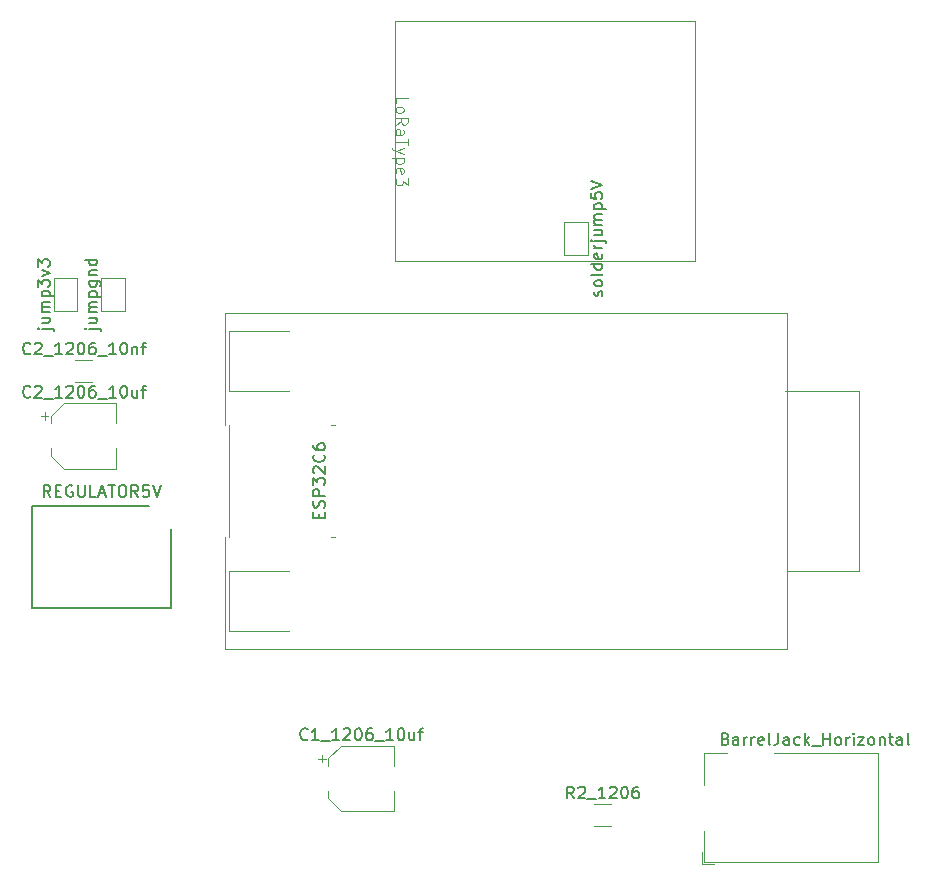
<source format=gbr>
%TF.GenerationSoftware,KiCad,Pcbnew,9.0.0-9.0.0-2~ubuntu24.04.1*%
%TF.CreationDate,2025-04-06T07:06:59+03:00*%
%TF.ProjectId,InterfaceBoard_Transciever3,496e7465-7266-4616-9365-426f6172645f,rev?*%
%TF.SameCoordinates,Original*%
%TF.FileFunction,Legend,Top*%
%TF.FilePolarity,Positive*%
%FSLAX46Y46*%
G04 Gerber Fmt 4.6, Leading zero omitted, Abs format (unit mm)*
G04 Created by KiCad (PCBNEW 9.0.0-9.0.0-2~ubuntu24.04.1) date 2025-04-06 07:06:59*
%MOMM*%
%LPD*%
G01*
G04 APERTURE LIST*
%ADD10C,0.150000*%
%ADD11C,0.100000*%
%ADD12C,0.120000*%
G04 APERTURE END LIST*
D10*
X173807200Y-83413333D02*
X173854819Y-83318095D01*
X173854819Y-83318095D02*
X173854819Y-83127619D01*
X173854819Y-83127619D02*
X173807200Y-83032381D01*
X173807200Y-83032381D02*
X173711961Y-82984762D01*
X173711961Y-82984762D02*
X173664342Y-82984762D01*
X173664342Y-82984762D02*
X173569104Y-83032381D01*
X173569104Y-83032381D02*
X173521485Y-83127619D01*
X173521485Y-83127619D02*
X173521485Y-83270476D01*
X173521485Y-83270476D02*
X173473866Y-83365714D01*
X173473866Y-83365714D02*
X173378628Y-83413333D01*
X173378628Y-83413333D02*
X173331009Y-83413333D01*
X173331009Y-83413333D02*
X173235771Y-83365714D01*
X173235771Y-83365714D02*
X173188152Y-83270476D01*
X173188152Y-83270476D02*
X173188152Y-83127619D01*
X173188152Y-83127619D02*
X173235771Y-83032381D01*
X173854819Y-82413333D02*
X173807200Y-82508571D01*
X173807200Y-82508571D02*
X173759580Y-82556190D01*
X173759580Y-82556190D02*
X173664342Y-82603809D01*
X173664342Y-82603809D02*
X173378628Y-82603809D01*
X173378628Y-82603809D02*
X173283390Y-82556190D01*
X173283390Y-82556190D02*
X173235771Y-82508571D01*
X173235771Y-82508571D02*
X173188152Y-82413333D01*
X173188152Y-82413333D02*
X173188152Y-82270476D01*
X173188152Y-82270476D02*
X173235771Y-82175238D01*
X173235771Y-82175238D02*
X173283390Y-82127619D01*
X173283390Y-82127619D02*
X173378628Y-82080000D01*
X173378628Y-82080000D02*
X173664342Y-82080000D01*
X173664342Y-82080000D02*
X173759580Y-82127619D01*
X173759580Y-82127619D02*
X173807200Y-82175238D01*
X173807200Y-82175238D02*
X173854819Y-82270476D01*
X173854819Y-82270476D02*
X173854819Y-82413333D01*
X173854819Y-81508571D02*
X173807200Y-81603809D01*
X173807200Y-81603809D02*
X173711961Y-81651428D01*
X173711961Y-81651428D02*
X172854819Y-81651428D01*
X173854819Y-80699047D02*
X172854819Y-80699047D01*
X173807200Y-80699047D02*
X173854819Y-80794285D01*
X173854819Y-80794285D02*
X173854819Y-80984761D01*
X173854819Y-80984761D02*
X173807200Y-81079999D01*
X173807200Y-81079999D02*
X173759580Y-81127618D01*
X173759580Y-81127618D02*
X173664342Y-81175237D01*
X173664342Y-81175237D02*
X173378628Y-81175237D01*
X173378628Y-81175237D02*
X173283390Y-81127618D01*
X173283390Y-81127618D02*
X173235771Y-81079999D01*
X173235771Y-81079999D02*
X173188152Y-80984761D01*
X173188152Y-80984761D02*
X173188152Y-80794285D01*
X173188152Y-80794285D02*
X173235771Y-80699047D01*
X173807200Y-79841904D02*
X173854819Y-79937142D01*
X173854819Y-79937142D02*
X173854819Y-80127618D01*
X173854819Y-80127618D02*
X173807200Y-80222856D01*
X173807200Y-80222856D02*
X173711961Y-80270475D01*
X173711961Y-80270475D02*
X173331009Y-80270475D01*
X173331009Y-80270475D02*
X173235771Y-80222856D01*
X173235771Y-80222856D02*
X173188152Y-80127618D01*
X173188152Y-80127618D02*
X173188152Y-79937142D01*
X173188152Y-79937142D02*
X173235771Y-79841904D01*
X173235771Y-79841904D02*
X173331009Y-79794285D01*
X173331009Y-79794285D02*
X173426247Y-79794285D01*
X173426247Y-79794285D02*
X173521485Y-80270475D01*
X173854819Y-79365713D02*
X173188152Y-79365713D01*
X173378628Y-79365713D02*
X173283390Y-79318094D01*
X173283390Y-79318094D02*
X173235771Y-79270475D01*
X173235771Y-79270475D02*
X173188152Y-79175237D01*
X173188152Y-79175237D02*
X173188152Y-79079999D01*
X173188152Y-78746665D02*
X174045295Y-78746665D01*
X174045295Y-78746665D02*
X174140533Y-78794284D01*
X174140533Y-78794284D02*
X174188152Y-78889522D01*
X174188152Y-78889522D02*
X174188152Y-78937141D01*
X172854819Y-78746665D02*
X172902438Y-78794284D01*
X172902438Y-78794284D02*
X172950057Y-78746665D01*
X172950057Y-78746665D02*
X172902438Y-78699046D01*
X172902438Y-78699046D02*
X172854819Y-78746665D01*
X172854819Y-78746665D02*
X172950057Y-78746665D01*
X173188152Y-77841904D02*
X173854819Y-77841904D01*
X173188152Y-78270475D02*
X173711961Y-78270475D01*
X173711961Y-78270475D02*
X173807200Y-78222856D01*
X173807200Y-78222856D02*
X173854819Y-78127618D01*
X173854819Y-78127618D02*
X173854819Y-77984761D01*
X173854819Y-77984761D02*
X173807200Y-77889523D01*
X173807200Y-77889523D02*
X173759580Y-77841904D01*
X173854819Y-77365713D02*
X173188152Y-77365713D01*
X173283390Y-77365713D02*
X173235771Y-77318094D01*
X173235771Y-77318094D02*
X173188152Y-77222856D01*
X173188152Y-77222856D02*
X173188152Y-77079999D01*
X173188152Y-77079999D02*
X173235771Y-76984761D01*
X173235771Y-76984761D02*
X173331009Y-76937142D01*
X173331009Y-76937142D02*
X173854819Y-76937142D01*
X173331009Y-76937142D02*
X173235771Y-76889523D01*
X173235771Y-76889523D02*
X173188152Y-76794285D01*
X173188152Y-76794285D02*
X173188152Y-76651428D01*
X173188152Y-76651428D02*
X173235771Y-76556189D01*
X173235771Y-76556189D02*
X173331009Y-76508570D01*
X173331009Y-76508570D02*
X173854819Y-76508570D01*
X173188152Y-76032380D02*
X174188152Y-76032380D01*
X173235771Y-76032380D02*
X173188152Y-75937142D01*
X173188152Y-75937142D02*
X173188152Y-75746666D01*
X173188152Y-75746666D02*
X173235771Y-75651428D01*
X173235771Y-75651428D02*
X173283390Y-75603809D01*
X173283390Y-75603809D02*
X173378628Y-75556190D01*
X173378628Y-75556190D02*
X173664342Y-75556190D01*
X173664342Y-75556190D02*
X173759580Y-75603809D01*
X173759580Y-75603809D02*
X173807200Y-75651428D01*
X173807200Y-75651428D02*
X173854819Y-75746666D01*
X173854819Y-75746666D02*
X173854819Y-75937142D01*
X173854819Y-75937142D02*
X173807200Y-76032380D01*
X172854819Y-74651428D02*
X172854819Y-75127618D01*
X172854819Y-75127618D02*
X173331009Y-75175237D01*
X173331009Y-75175237D02*
X173283390Y-75127618D01*
X173283390Y-75127618D02*
X173235771Y-75032380D01*
X173235771Y-75032380D02*
X173235771Y-74794285D01*
X173235771Y-74794285D02*
X173283390Y-74699047D01*
X173283390Y-74699047D02*
X173331009Y-74651428D01*
X173331009Y-74651428D02*
X173426247Y-74603809D01*
X173426247Y-74603809D02*
X173664342Y-74603809D01*
X173664342Y-74603809D02*
X173759580Y-74651428D01*
X173759580Y-74651428D02*
X173807200Y-74699047D01*
X173807200Y-74699047D02*
X173854819Y-74794285D01*
X173854819Y-74794285D02*
X173854819Y-75032380D01*
X173854819Y-75032380D02*
X173807200Y-75127618D01*
X173807200Y-75127618D02*
X173759580Y-75175237D01*
X172854819Y-74318094D02*
X173854819Y-73984761D01*
X173854819Y-73984761D02*
X172854819Y-73651428D01*
X126388152Y-86164761D02*
X127245295Y-86164761D01*
X127245295Y-86164761D02*
X127340533Y-86212380D01*
X127340533Y-86212380D02*
X127388152Y-86307618D01*
X127388152Y-86307618D02*
X127388152Y-86355237D01*
X126054819Y-86164761D02*
X126102438Y-86212380D01*
X126102438Y-86212380D02*
X126150057Y-86164761D01*
X126150057Y-86164761D02*
X126102438Y-86117142D01*
X126102438Y-86117142D02*
X126054819Y-86164761D01*
X126054819Y-86164761D02*
X126150057Y-86164761D01*
X126388152Y-85260000D02*
X127054819Y-85260000D01*
X126388152Y-85688571D02*
X126911961Y-85688571D01*
X126911961Y-85688571D02*
X127007200Y-85640952D01*
X127007200Y-85640952D02*
X127054819Y-85545714D01*
X127054819Y-85545714D02*
X127054819Y-85402857D01*
X127054819Y-85402857D02*
X127007200Y-85307619D01*
X127007200Y-85307619D02*
X126959580Y-85260000D01*
X127054819Y-84783809D02*
X126388152Y-84783809D01*
X126483390Y-84783809D02*
X126435771Y-84736190D01*
X126435771Y-84736190D02*
X126388152Y-84640952D01*
X126388152Y-84640952D02*
X126388152Y-84498095D01*
X126388152Y-84498095D02*
X126435771Y-84402857D01*
X126435771Y-84402857D02*
X126531009Y-84355238D01*
X126531009Y-84355238D02*
X127054819Y-84355238D01*
X126531009Y-84355238D02*
X126435771Y-84307619D01*
X126435771Y-84307619D02*
X126388152Y-84212381D01*
X126388152Y-84212381D02*
X126388152Y-84069524D01*
X126388152Y-84069524D02*
X126435771Y-83974285D01*
X126435771Y-83974285D02*
X126531009Y-83926666D01*
X126531009Y-83926666D02*
X127054819Y-83926666D01*
X126388152Y-83450476D02*
X127388152Y-83450476D01*
X126435771Y-83450476D02*
X126388152Y-83355238D01*
X126388152Y-83355238D02*
X126388152Y-83164762D01*
X126388152Y-83164762D02*
X126435771Y-83069524D01*
X126435771Y-83069524D02*
X126483390Y-83021905D01*
X126483390Y-83021905D02*
X126578628Y-82974286D01*
X126578628Y-82974286D02*
X126864342Y-82974286D01*
X126864342Y-82974286D02*
X126959580Y-83021905D01*
X126959580Y-83021905D02*
X127007200Y-83069524D01*
X127007200Y-83069524D02*
X127054819Y-83164762D01*
X127054819Y-83164762D02*
X127054819Y-83355238D01*
X127054819Y-83355238D02*
X127007200Y-83450476D01*
X126054819Y-82640952D02*
X126054819Y-82021905D01*
X126054819Y-82021905D02*
X126435771Y-82355238D01*
X126435771Y-82355238D02*
X126435771Y-82212381D01*
X126435771Y-82212381D02*
X126483390Y-82117143D01*
X126483390Y-82117143D02*
X126531009Y-82069524D01*
X126531009Y-82069524D02*
X126626247Y-82021905D01*
X126626247Y-82021905D02*
X126864342Y-82021905D01*
X126864342Y-82021905D02*
X126959580Y-82069524D01*
X126959580Y-82069524D02*
X127007200Y-82117143D01*
X127007200Y-82117143D02*
X127054819Y-82212381D01*
X127054819Y-82212381D02*
X127054819Y-82498095D01*
X127054819Y-82498095D02*
X127007200Y-82593333D01*
X127007200Y-82593333D02*
X126959580Y-82640952D01*
X126388152Y-81688571D02*
X127054819Y-81450476D01*
X127054819Y-81450476D02*
X126388152Y-81212381D01*
X126054819Y-80926666D02*
X126054819Y-80307619D01*
X126054819Y-80307619D02*
X126435771Y-80640952D01*
X126435771Y-80640952D02*
X126435771Y-80498095D01*
X126435771Y-80498095D02*
X126483390Y-80402857D01*
X126483390Y-80402857D02*
X126531009Y-80355238D01*
X126531009Y-80355238D02*
X126626247Y-80307619D01*
X126626247Y-80307619D02*
X126864342Y-80307619D01*
X126864342Y-80307619D02*
X126959580Y-80355238D01*
X126959580Y-80355238D02*
X127007200Y-80402857D01*
X127007200Y-80402857D02*
X127054819Y-80498095D01*
X127054819Y-80498095D02*
X127054819Y-80783809D01*
X127054819Y-80783809D02*
X127007200Y-80879047D01*
X127007200Y-80879047D02*
X126959580Y-80926666D01*
X130388152Y-86188570D02*
X131245295Y-86188570D01*
X131245295Y-86188570D02*
X131340533Y-86236189D01*
X131340533Y-86236189D02*
X131388152Y-86331427D01*
X131388152Y-86331427D02*
X131388152Y-86379046D01*
X130054819Y-86188570D02*
X130102438Y-86236189D01*
X130102438Y-86236189D02*
X130150057Y-86188570D01*
X130150057Y-86188570D02*
X130102438Y-86140951D01*
X130102438Y-86140951D02*
X130054819Y-86188570D01*
X130054819Y-86188570D02*
X130150057Y-86188570D01*
X130388152Y-85283809D02*
X131054819Y-85283809D01*
X130388152Y-85712380D02*
X130911961Y-85712380D01*
X130911961Y-85712380D02*
X131007200Y-85664761D01*
X131007200Y-85664761D02*
X131054819Y-85569523D01*
X131054819Y-85569523D02*
X131054819Y-85426666D01*
X131054819Y-85426666D02*
X131007200Y-85331428D01*
X131007200Y-85331428D02*
X130959580Y-85283809D01*
X131054819Y-84807618D02*
X130388152Y-84807618D01*
X130483390Y-84807618D02*
X130435771Y-84759999D01*
X130435771Y-84759999D02*
X130388152Y-84664761D01*
X130388152Y-84664761D02*
X130388152Y-84521904D01*
X130388152Y-84521904D02*
X130435771Y-84426666D01*
X130435771Y-84426666D02*
X130531009Y-84379047D01*
X130531009Y-84379047D02*
X131054819Y-84379047D01*
X130531009Y-84379047D02*
X130435771Y-84331428D01*
X130435771Y-84331428D02*
X130388152Y-84236190D01*
X130388152Y-84236190D02*
X130388152Y-84093333D01*
X130388152Y-84093333D02*
X130435771Y-83998094D01*
X130435771Y-83998094D02*
X130531009Y-83950475D01*
X130531009Y-83950475D02*
X131054819Y-83950475D01*
X130388152Y-83474285D02*
X131388152Y-83474285D01*
X130435771Y-83474285D02*
X130388152Y-83379047D01*
X130388152Y-83379047D02*
X130388152Y-83188571D01*
X130388152Y-83188571D02*
X130435771Y-83093333D01*
X130435771Y-83093333D02*
X130483390Y-83045714D01*
X130483390Y-83045714D02*
X130578628Y-82998095D01*
X130578628Y-82998095D02*
X130864342Y-82998095D01*
X130864342Y-82998095D02*
X130959580Y-83045714D01*
X130959580Y-83045714D02*
X131007200Y-83093333D01*
X131007200Y-83093333D02*
X131054819Y-83188571D01*
X131054819Y-83188571D02*
X131054819Y-83379047D01*
X131054819Y-83379047D02*
X131007200Y-83474285D01*
X130388152Y-82140952D02*
X131197676Y-82140952D01*
X131197676Y-82140952D02*
X131292914Y-82188571D01*
X131292914Y-82188571D02*
X131340533Y-82236190D01*
X131340533Y-82236190D02*
X131388152Y-82331428D01*
X131388152Y-82331428D02*
X131388152Y-82474285D01*
X131388152Y-82474285D02*
X131340533Y-82569523D01*
X131007200Y-82140952D02*
X131054819Y-82236190D01*
X131054819Y-82236190D02*
X131054819Y-82426666D01*
X131054819Y-82426666D02*
X131007200Y-82521904D01*
X131007200Y-82521904D02*
X130959580Y-82569523D01*
X130959580Y-82569523D02*
X130864342Y-82617142D01*
X130864342Y-82617142D02*
X130578628Y-82617142D01*
X130578628Y-82617142D02*
X130483390Y-82569523D01*
X130483390Y-82569523D02*
X130435771Y-82521904D01*
X130435771Y-82521904D02*
X130388152Y-82426666D01*
X130388152Y-82426666D02*
X130388152Y-82236190D01*
X130388152Y-82236190D02*
X130435771Y-82140952D01*
X130388152Y-81664761D02*
X131054819Y-81664761D01*
X130483390Y-81664761D02*
X130435771Y-81617142D01*
X130435771Y-81617142D02*
X130388152Y-81521904D01*
X130388152Y-81521904D02*
X130388152Y-81379047D01*
X130388152Y-81379047D02*
X130435771Y-81283809D01*
X130435771Y-81283809D02*
X130531009Y-81236190D01*
X130531009Y-81236190D02*
X131054819Y-81236190D01*
X131054819Y-80331428D02*
X130054819Y-80331428D01*
X131007200Y-80331428D02*
X131054819Y-80426666D01*
X131054819Y-80426666D02*
X131054819Y-80617142D01*
X131054819Y-80617142D02*
X131007200Y-80712380D01*
X131007200Y-80712380D02*
X130959580Y-80759999D01*
X130959580Y-80759999D02*
X130864342Y-80807618D01*
X130864342Y-80807618D02*
X130578628Y-80807618D01*
X130578628Y-80807618D02*
X130483390Y-80759999D01*
X130483390Y-80759999D02*
X130435771Y-80712380D01*
X130435771Y-80712380D02*
X130388152Y-80617142D01*
X130388152Y-80617142D02*
X130388152Y-80426666D01*
X130388152Y-80426666D02*
X130435771Y-80331428D01*
X125431189Y-91919580D02*
X125383570Y-91967200D01*
X125383570Y-91967200D02*
X125240713Y-92014819D01*
X125240713Y-92014819D02*
X125145475Y-92014819D01*
X125145475Y-92014819D02*
X125002618Y-91967200D01*
X125002618Y-91967200D02*
X124907380Y-91871961D01*
X124907380Y-91871961D02*
X124859761Y-91776723D01*
X124859761Y-91776723D02*
X124812142Y-91586247D01*
X124812142Y-91586247D02*
X124812142Y-91443390D01*
X124812142Y-91443390D02*
X124859761Y-91252914D01*
X124859761Y-91252914D02*
X124907380Y-91157676D01*
X124907380Y-91157676D02*
X125002618Y-91062438D01*
X125002618Y-91062438D02*
X125145475Y-91014819D01*
X125145475Y-91014819D02*
X125240713Y-91014819D01*
X125240713Y-91014819D02*
X125383570Y-91062438D01*
X125383570Y-91062438D02*
X125431189Y-91110057D01*
X125812142Y-91110057D02*
X125859761Y-91062438D01*
X125859761Y-91062438D02*
X125954999Y-91014819D01*
X125954999Y-91014819D02*
X126193094Y-91014819D01*
X126193094Y-91014819D02*
X126288332Y-91062438D01*
X126288332Y-91062438D02*
X126335951Y-91110057D01*
X126335951Y-91110057D02*
X126383570Y-91205295D01*
X126383570Y-91205295D02*
X126383570Y-91300533D01*
X126383570Y-91300533D02*
X126335951Y-91443390D01*
X126335951Y-91443390D02*
X125764523Y-92014819D01*
X125764523Y-92014819D02*
X126383570Y-92014819D01*
X126574047Y-92110057D02*
X127335951Y-92110057D01*
X128097856Y-92014819D02*
X127526428Y-92014819D01*
X127812142Y-92014819D02*
X127812142Y-91014819D01*
X127812142Y-91014819D02*
X127716904Y-91157676D01*
X127716904Y-91157676D02*
X127621666Y-91252914D01*
X127621666Y-91252914D02*
X127526428Y-91300533D01*
X128478809Y-91110057D02*
X128526428Y-91062438D01*
X128526428Y-91062438D02*
X128621666Y-91014819D01*
X128621666Y-91014819D02*
X128859761Y-91014819D01*
X128859761Y-91014819D02*
X128954999Y-91062438D01*
X128954999Y-91062438D02*
X129002618Y-91110057D01*
X129002618Y-91110057D02*
X129050237Y-91205295D01*
X129050237Y-91205295D02*
X129050237Y-91300533D01*
X129050237Y-91300533D02*
X129002618Y-91443390D01*
X129002618Y-91443390D02*
X128431190Y-92014819D01*
X128431190Y-92014819D02*
X129050237Y-92014819D01*
X129669285Y-91014819D02*
X129764523Y-91014819D01*
X129764523Y-91014819D02*
X129859761Y-91062438D01*
X129859761Y-91062438D02*
X129907380Y-91110057D01*
X129907380Y-91110057D02*
X129954999Y-91205295D01*
X129954999Y-91205295D02*
X130002618Y-91395771D01*
X130002618Y-91395771D02*
X130002618Y-91633866D01*
X130002618Y-91633866D02*
X129954999Y-91824342D01*
X129954999Y-91824342D02*
X129907380Y-91919580D01*
X129907380Y-91919580D02*
X129859761Y-91967200D01*
X129859761Y-91967200D02*
X129764523Y-92014819D01*
X129764523Y-92014819D02*
X129669285Y-92014819D01*
X129669285Y-92014819D02*
X129574047Y-91967200D01*
X129574047Y-91967200D02*
X129526428Y-91919580D01*
X129526428Y-91919580D02*
X129478809Y-91824342D01*
X129478809Y-91824342D02*
X129431190Y-91633866D01*
X129431190Y-91633866D02*
X129431190Y-91395771D01*
X129431190Y-91395771D02*
X129478809Y-91205295D01*
X129478809Y-91205295D02*
X129526428Y-91110057D01*
X129526428Y-91110057D02*
X129574047Y-91062438D01*
X129574047Y-91062438D02*
X129669285Y-91014819D01*
X130859761Y-91014819D02*
X130669285Y-91014819D01*
X130669285Y-91014819D02*
X130574047Y-91062438D01*
X130574047Y-91062438D02*
X130526428Y-91110057D01*
X130526428Y-91110057D02*
X130431190Y-91252914D01*
X130431190Y-91252914D02*
X130383571Y-91443390D01*
X130383571Y-91443390D02*
X130383571Y-91824342D01*
X130383571Y-91824342D02*
X130431190Y-91919580D01*
X130431190Y-91919580D02*
X130478809Y-91967200D01*
X130478809Y-91967200D02*
X130574047Y-92014819D01*
X130574047Y-92014819D02*
X130764523Y-92014819D01*
X130764523Y-92014819D02*
X130859761Y-91967200D01*
X130859761Y-91967200D02*
X130907380Y-91919580D01*
X130907380Y-91919580D02*
X130954999Y-91824342D01*
X130954999Y-91824342D02*
X130954999Y-91586247D01*
X130954999Y-91586247D02*
X130907380Y-91491009D01*
X130907380Y-91491009D02*
X130859761Y-91443390D01*
X130859761Y-91443390D02*
X130764523Y-91395771D01*
X130764523Y-91395771D02*
X130574047Y-91395771D01*
X130574047Y-91395771D02*
X130478809Y-91443390D01*
X130478809Y-91443390D02*
X130431190Y-91491009D01*
X130431190Y-91491009D02*
X130383571Y-91586247D01*
X131145476Y-92110057D02*
X131907380Y-92110057D01*
X132669285Y-92014819D02*
X132097857Y-92014819D01*
X132383571Y-92014819D02*
X132383571Y-91014819D01*
X132383571Y-91014819D02*
X132288333Y-91157676D01*
X132288333Y-91157676D02*
X132193095Y-91252914D01*
X132193095Y-91252914D02*
X132097857Y-91300533D01*
X133288333Y-91014819D02*
X133383571Y-91014819D01*
X133383571Y-91014819D02*
X133478809Y-91062438D01*
X133478809Y-91062438D02*
X133526428Y-91110057D01*
X133526428Y-91110057D02*
X133574047Y-91205295D01*
X133574047Y-91205295D02*
X133621666Y-91395771D01*
X133621666Y-91395771D02*
X133621666Y-91633866D01*
X133621666Y-91633866D02*
X133574047Y-91824342D01*
X133574047Y-91824342D02*
X133526428Y-91919580D01*
X133526428Y-91919580D02*
X133478809Y-91967200D01*
X133478809Y-91967200D02*
X133383571Y-92014819D01*
X133383571Y-92014819D02*
X133288333Y-92014819D01*
X133288333Y-92014819D02*
X133193095Y-91967200D01*
X133193095Y-91967200D02*
X133145476Y-91919580D01*
X133145476Y-91919580D02*
X133097857Y-91824342D01*
X133097857Y-91824342D02*
X133050238Y-91633866D01*
X133050238Y-91633866D02*
X133050238Y-91395771D01*
X133050238Y-91395771D02*
X133097857Y-91205295D01*
X133097857Y-91205295D02*
X133145476Y-91110057D01*
X133145476Y-91110057D02*
X133193095Y-91062438D01*
X133193095Y-91062438D02*
X133288333Y-91014819D01*
X134478809Y-91348152D02*
X134478809Y-92014819D01*
X134050238Y-91348152D02*
X134050238Y-91871961D01*
X134050238Y-91871961D02*
X134097857Y-91967200D01*
X134097857Y-91967200D02*
X134193095Y-92014819D01*
X134193095Y-92014819D02*
X134335952Y-92014819D01*
X134335952Y-92014819D02*
X134431190Y-91967200D01*
X134431190Y-91967200D02*
X134478809Y-91919580D01*
X134812143Y-91348152D02*
X135193095Y-91348152D01*
X134955000Y-92014819D02*
X134955000Y-91157676D01*
X134955000Y-91157676D02*
X135002619Y-91062438D01*
X135002619Y-91062438D02*
X135097857Y-91014819D01*
X135097857Y-91014819D02*
X135193095Y-91014819D01*
X171447618Y-125944819D02*
X171114285Y-125468628D01*
X170876190Y-125944819D02*
X170876190Y-124944819D01*
X170876190Y-124944819D02*
X171257142Y-124944819D01*
X171257142Y-124944819D02*
X171352380Y-124992438D01*
X171352380Y-124992438D02*
X171399999Y-125040057D01*
X171399999Y-125040057D02*
X171447618Y-125135295D01*
X171447618Y-125135295D02*
X171447618Y-125278152D01*
X171447618Y-125278152D02*
X171399999Y-125373390D01*
X171399999Y-125373390D02*
X171352380Y-125421009D01*
X171352380Y-125421009D02*
X171257142Y-125468628D01*
X171257142Y-125468628D02*
X170876190Y-125468628D01*
X171828571Y-125040057D02*
X171876190Y-124992438D01*
X171876190Y-124992438D02*
X171971428Y-124944819D01*
X171971428Y-124944819D02*
X172209523Y-124944819D01*
X172209523Y-124944819D02*
X172304761Y-124992438D01*
X172304761Y-124992438D02*
X172352380Y-125040057D01*
X172352380Y-125040057D02*
X172399999Y-125135295D01*
X172399999Y-125135295D02*
X172399999Y-125230533D01*
X172399999Y-125230533D02*
X172352380Y-125373390D01*
X172352380Y-125373390D02*
X171780952Y-125944819D01*
X171780952Y-125944819D02*
X172399999Y-125944819D01*
X172590476Y-126040057D02*
X173352380Y-126040057D01*
X174114285Y-125944819D02*
X173542857Y-125944819D01*
X173828571Y-125944819D02*
X173828571Y-124944819D01*
X173828571Y-124944819D02*
X173733333Y-125087676D01*
X173733333Y-125087676D02*
X173638095Y-125182914D01*
X173638095Y-125182914D02*
X173542857Y-125230533D01*
X174495238Y-125040057D02*
X174542857Y-124992438D01*
X174542857Y-124992438D02*
X174638095Y-124944819D01*
X174638095Y-124944819D02*
X174876190Y-124944819D01*
X174876190Y-124944819D02*
X174971428Y-124992438D01*
X174971428Y-124992438D02*
X175019047Y-125040057D01*
X175019047Y-125040057D02*
X175066666Y-125135295D01*
X175066666Y-125135295D02*
X175066666Y-125230533D01*
X175066666Y-125230533D02*
X175019047Y-125373390D01*
X175019047Y-125373390D02*
X174447619Y-125944819D01*
X174447619Y-125944819D02*
X175066666Y-125944819D01*
X175685714Y-124944819D02*
X175780952Y-124944819D01*
X175780952Y-124944819D02*
X175876190Y-124992438D01*
X175876190Y-124992438D02*
X175923809Y-125040057D01*
X175923809Y-125040057D02*
X175971428Y-125135295D01*
X175971428Y-125135295D02*
X176019047Y-125325771D01*
X176019047Y-125325771D02*
X176019047Y-125563866D01*
X176019047Y-125563866D02*
X175971428Y-125754342D01*
X175971428Y-125754342D02*
X175923809Y-125849580D01*
X175923809Y-125849580D02*
X175876190Y-125897200D01*
X175876190Y-125897200D02*
X175780952Y-125944819D01*
X175780952Y-125944819D02*
X175685714Y-125944819D01*
X175685714Y-125944819D02*
X175590476Y-125897200D01*
X175590476Y-125897200D02*
X175542857Y-125849580D01*
X175542857Y-125849580D02*
X175495238Y-125754342D01*
X175495238Y-125754342D02*
X175447619Y-125563866D01*
X175447619Y-125563866D02*
X175447619Y-125325771D01*
X175447619Y-125325771D02*
X175495238Y-125135295D01*
X175495238Y-125135295D02*
X175542857Y-125040057D01*
X175542857Y-125040057D02*
X175590476Y-124992438D01*
X175590476Y-124992438D02*
X175685714Y-124944819D01*
X176876190Y-124944819D02*
X176685714Y-124944819D01*
X176685714Y-124944819D02*
X176590476Y-124992438D01*
X176590476Y-124992438D02*
X176542857Y-125040057D01*
X176542857Y-125040057D02*
X176447619Y-125182914D01*
X176447619Y-125182914D02*
X176400000Y-125373390D01*
X176400000Y-125373390D02*
X176400000Y-125754342D01*
X176400000Y-125754342D02*
X176447619Y-125849580D01*
X176447619Y-125849580D02*
X176495238Y-125897200D01*
X176495238Y-125897200D02*
X176590476Y-125944819D01*
X176590476Y-125944819D02*
X176780952Y-125944819D01*
X176780952Y-125944819D02*
X176876190Y-125897200D01*
X176876190Y-125897200D02*
X176923809Y-125849580D01*
X176923809Y-125849580D02*
X176971428Y-125754342D01*
X176971428Y-125754342D02*
X176971428Y-125516247D01*
X176971428Y-125516247D02*
X176923809Y-125421009D01*
X176923809Y-125421009D02*
X176876190Y-125373390D01*
X176876190Y-125373390D02*
X176780952Y-125325771D01*
X176780952Y-125325771D02*
X176590476Y-125325771D01*
X176590476Y-125325771D02*
X176495238Y-125373390D01*
X176495238Y-125373390D02*
X176447619Y-125421009D01*
X176447619Y-125421009D02*
X176400000Y-125516247D01*
X148901189Y-120919580D02*
X148853570Y-120967200D01*
X148853570Y-120967200D02*
X148710713Y-121014819D01*
X148710713Y-121014819D02*
X148615475Y-121014819D01*
X148615475Y-121014819D02*
X148472618Y-120967200D01*
X148472618Y-120967200D02*
X148377380Y-120871961D01*
X148377380Y-120871961D02*
X148329761Y-120776723D01*
X148329761Y-120776723D02*
X148282142Y-120586247D01*
X148282142Y-120586247D02*
X148282142Y-120443390D01*
X148282142Y-120443390D02*
X148329761Y-120252914D01*
X148329761Y-120252914D02*
X148377380Y-120157676D01*
X148377380Y-120157676D02*
X148472618Y-120062438D01*
X148472618Y-120062438D02*
X148615475Y-120014819D01*
X148615475Y-120014819D02*
X148710713Y-120014819D01*
X148710713Y-120014819D02*
X148853570Y-120062438D01*
X148853570Y-120062438D02*
X148901189Y-120110057D01*
X149853570Y-121014819D02*
X149282142Y-121014819D01*
X149567856Y-121014819D02*
X149567856Y-120014819D01*
X149567856Y-120014819D02*
X149472618Y-120157676D01*
X149472618Y-120157676D02*
X149377380Y-120252914D01*
X149377380Y-120252914D02*
X149282142Y-120300533D01*
X150044047Y-121110057D02*
X150805951Y-121110057D01*
X151567856Y-121014819D02*
X150996428Y-121014819D01*
X151282142Y-121014819D02*
X151282142Y-120014819D01*
X151282142Y-120014819D02*
X151186904Y-120157676D01*
X151186904Y-120157676D02*
X151091666Y-120252914D01*
X151091666Y-120252914D02*
X150996428Y-120300533D01*
X151948809Y-120110057D02*
X151996428Y-120062438D01*
X151996428Y-120062438D02*
X152091666Y-120014819D01*
X152091666Y-120014819D02*
X152329761Y-120014819D01*
X152329761Y-120014819D02*
X152424999Y-120062438D01*
X152424999Y-120062438D02*
X152472618Y-120110057D01*
X152472618Y-120110057D02*
X152520237Y-120205295D01*
X152520237Y-120205295D02*
X152520237Y-120300533D01*
X152520237Y-120300533D02*
X152472618Y-120443390D01*
X152472618Y-120443390D02*
X151901190Y-121014819D01*
X151901190Y-121014819D02*
X152520237Y-121014819D01*
X153139285Y-120014819D02*
X153234523Y-120014819D01*
X153234523Y-120014819D02*
X153329761Y-120062438D01*
X153329761Y-120062438D02*
X153377380Y-120110057D01*
X153377380Y-120110057D02*
X153424999Y-120205295D01*
X153424999Y-120205295D02*
X153472618Y-120395771D01*
X153472618Y-120395771D02*
X153472618Y-120633866D01*
X153472618Y-120633866D02*
X153424999Y-120824342D01*
X153424999Y-120824342D02*
X153377380Y-120919580D01*
X153377380Y-120919580D02*
X153329761Y-120967200D01*
X153329761Y-120967200D02*
X153234523Y-121014819D01*
X153234523Y-121014819D02*
X153139285Y-121014819D01*
X153139285Y-121014819D02*
X153044047Y-120967200D01*
X153044047Y-120967200D02*
X152996428Y-120919580D01*
X152996428Y-120919580D02*
X152948809Y-120824342D01*
X152948809Y-120824342D02*
X152901190Y-120633866D01*
X152901190Y-120633866D02*
X152901190Y-120395771D01*
X152901190Y-120395771D02*
X152948809Y-120205295D01*
X152948809Y-120205295D02*
X152996428Y-120110057D01*
X152996428Y-120110057D02*
X153044047Y-120062438D01*
X153044047Y-120062438D02*
X153139285Y-120014819D01*
X154329761Y-120014819D02*
X154139285Y-120014819D01*
X154139285Y-120014819D02*
X154044047Y-120062438D01*
X154044047Y-120062438D02*
X153996428Y-120110057D01*
X153996428Y-120110057D02*
X153901190Y-120252914D01*
X153901190Y-120252914D02*
X153853571Y-120443390D01*
X153853571Y-120443390D02*
X153853571Y-120824342D01*
X153853571Y-120824342D02*
X153901190Y-120919580D01*
X153901190Y-120919580D02*
X153948809Y-120967200D01*
X153948809Y-120967200D02*
X154044047Y-121014819D01*
X154044047Y-121014819D02*
X154234523Y-121014819D01*
X154234523Y-121014819D02*
X154329761Y-120967200D01*
X154329761Y-120967200D02*
X154377380Y-120919580D01*
X154377380Y-120919580D02*
X154424999Y-120824342D01*
X154424999Y-120824342D02*
X154424999Y-120586247D01*
X154424999Y-120586247D02*
X154377380Y-120491009D01*
X154377380Y-120491009D02*
X154329761Y-120443390D01*
X154329761Y-120443390D02*
X154234523Y-120395771D01*
X154234523Y-120395771D02*
X154044047Y-120395771D01*
X154044047Y-120395771D02*
X153948809Y-120443390D01*
X153948809Y-120443390D02*
X153901190Y-120491009D01*
X153901190Y-120491009D02*
X153853571Y-120586247D01*
X154615476Y-121110057D02*
X155377380Y-121110057D01*
X156139285Y-121014819D02*
X155567857Y-121014819D01*
X155853571Y-121014819D02*
X155853571Y-120014819D01*
X155853571Y-120014819D02*
X155758333Y-120157676D01*
X155758333Y-120157676D02*
X155663095Y-120252914D01*
X155663095Y-120252914D02*
X155567857Y-120300533D01*
X156758333Y-120014819D02*
X156853571Y-120014819D01*
X156853571Y-120014819D02*
X156948809Y-120062438D01*
X156948809Y-120062438D02*
X156996428Y-120110057D01*
X156996428Y-120110057D02*
X157044047Y-120205295D01*
X157044047Y-120205295D02*
X157091666Y-120395771D01*
X157091666Y-120395771D02*
X157091666Y-120633866D01*
X157091666Y-120633866D02*
X157044047Y-120824342D01*
X157044047Y-120824342D02*
X156996428Y-120919580D01*
X156996428Y-120919580D02*
X156948809Y-120967200D01*
X156948809Y-120967200D02*
X156853571Y-121014819D01*
X156853571Y-121014819D02*
X156758333Y-121014819D01*
X156758333Y-121014819D02*
X156663095Y-120967200D01*
X156663095Y-120967200D02*
X156615476Y-120919580D01*
X156615476Y-120919580D02*
X156567857Y-120824342D01*
X156567857Y-120824342D02*
X156520238Y-120633866D01*
X156520238Y-120633866D02*
X156520238Y-120395771D01*
X156520238Y-120395771D02*
X156567857Y-120205295D01*
X156567857Y-120205295D02*
X156615476Y-120110057D01*
X156615476Y-120110057D02*
X156663095Y-120062438D01*
X156663095Y-120062438D02*
X156758333Y-120014819D01*
X157948809Y-120348152D02*
X157948809Y-121014819D01*
X157520238Y-120348152D02*
X157520238Y-120871961D01*
X157520238Y-120871961D02*
X157567857Y-120967200D01*
X157567857Y-120967200D02*
X157663095Y-121014819D01*
X157663095Y-121014819D02*
X157805952Y-121014819D01*
X157805952Y-121014819D02*
X157901190Y-120967200D01*
X157901190Y-120967200D02*
X157948809Y-120919580D01*
X158282143Y-120348152D02*
X158663095Y-120348152D01*
X158425000Y-121014819D02*
X158425000Y-120157676D01*
X158425000Y-120157676D02*
X158472619Y-120062438D01*
X158472619Y-120062438D02*
X158567857Y-120014819D01*
X158567857Y-120014819D02*
X158663095Y-120014819D01*
X125431189Y-88269580D02*
X125383570Y-88317200D01*
X125383570Y-88317200D02*
X125240713Y-88364819D01*
X125240713Y-88364819D02*
X125145475Y-88364819D01*
X125145475Y-88364819D02*
X125002618Y-88317200D01*
X125002618Y-88317200D02*
X124907380Y-88221961D01*
X124907380Y-88221961D02*
X124859761Y-88126723D01*
X124859761Y-88126723D02*
X124812142Y-87936247D01*
X124812142Y-87936247D02*
X124812142Y-87793390D01*
X124812142Y-87793390D02*
X124859761Y-87602914D01*
X124859761Y-87602914D02*
X124907380Y-87507676D01*
X124907380Y-87507676D02*
X125002618Y-87412438D01*
X125002618Y-87412438D02*
X125145475Y-87364819D01*
X125145475Y-87364819D02*
X125240713Y-87364819D01*
X125240713Y-87364819D02*
X125383570Y-87412438D01*
X125383570Y-87412438D02*
X125431189Y-87460057D01*
X125812142Y-87460057D02*
X125859761Y-87412438D01*
X125859761Y-87412438D02*
X125954999Y-87364819D01*
X125954999Y-87364819D02*
X126193094Y-87364819D01*
X126193094Y-87364819D02*
X126288332Y-87412438D01*
X126288332Y-87412438D02*
X126335951Y-87460057D01*
X126335951Y-87460057D02*
X126383570Y-87555295D01*
X126383570Y-87555295D02*
X126383570Y-87650533D01*
X126383570Y-87650533D02*
X126335951Y-87793390D01*
X126335951Y-87793390D02*
X125764523Y-88364819D01*
X125764523Y-88364819D02*
X126383570Y-88364819D01*
X126574047Y-88460057D02*
X127335951Y-88460057D01*
X128097856Y-88364819D02*
X127526428Y-88364819D01*
X127812142Y-88364819D02*
X127812142Y-87364819D01*
X127812142Y-87364819D02*
X127716904Y-87507676D01*
X127716904Y-87507676D02*
X127621666Y-87602914D01*
X127621666Y-87602914D02*
X127526428Y-87650533D01*
X128478809Y-87460057D02*
X128526428Y-87412438D01*
X128526428Y-87412438D02*
X128621666Y-87364819D01*
X128621666Y-87364819D02*
X128859761Y-87364819D01*
X128859761Y-87364819D02*
X128954999Y-87412438D01*
X128954999Y-87412438D02*
X129002618Y-87460057D01*
X129002618Y-87460057D02*
X129050237Y-87555295D01*
X129050237Y-87555295D02*
X129050237Y-87650533D01*
X129050237Y-87650533D02*
X129002618Y-87793390D01*
X129002618Y-87793390D02*
X128431190Y-88364819D01*
X128431190Y-88364819D02*
X129050237Y-88364819D01*
X129669285Y-87364819D02*
X129764523Y-87364819D01*
X129764523Y-87364819D02*
X129859761Y-87412438D01*
X129859761Y-87412438D02*
X129907380Y-87460057D01*
X129907380Y-87460057D02*
X129954999Y-87555295D01*
X129954999Y-87555295D02*
X130002618Y-87745771D01*
X130002618Y-87745771D02*
X130002618Y-87983866D01*
X130002618Y-87983866D02*
X129954999Y-88174342D01*
X129954999Y-88174342D02*
X129907380Y-88269580D01*
X129907380Y-88269580D02*
X129859761Y-88317200D01*
X129859761Y-88317200D02*
X129764523Y-88364819D01*
X129764523Y-88364819D02*
X129669285Y-88364819D01*
X129669285Y-88364819D02*
X129574047Y-88317200D01*
X129574047Y-88317200D02*
X129526428Y-88269580D01*
X129526428Y-88269580D02*
X129478809Y-88174342D01*
X129478809Y-88174342D02*
X129431190Y-87983866D01*
X129431190Y-87983866D02*
X129431190Y-87745771D01*
X129431190Y-87745771D02*
X129478809Y-87555295D01*
X129478809Y-87555295D02*
X129526428Y-87460057D01*
X129526428Y-87460057D02*
X129574047Y-87412438D01*
X129574047Y-87412438D02*
X129669285Y-87364819D01*
X130859761Y-87364819D02*
X130669285Y-87364819D01*
X130669285Y-87364819D02*
X130574047Y-87412438D01*
X130574047Y-87412438D02*
X130526428Y-87460057D01*
X130526428Y-87460057D02*
X130431190Y-87602914D01*
X130431190Y-87602914D02*
X130383571Y-87793390D01*
X130383571Y-87793390D02*
X130383571Y-88174342D01*
X130383571Y-88174342D02*
X130431190Y-88269580D01*
X130431190Y-88269580D02*
X130478809Y-88317200D01*
X130478809Y-88317200D02*
X130574047Y-88364819D01*
X130574047Y-88364819D02*
X130764523Y-88364819D01*
X130764523Y-88364819D02*
X130859761Y-88317200D01*
X130859761Y-88317200D02*
X130907380Y-88269580D01*
X130907380Y-88269580D02*
X130954999Y-88174342D01*
X130954999Y-88174342D02*
X130954999Y-87936247D01*
X130954999Y-87936247D02*
X130907380Y-87841009D01*
X130907380Y-87841009D02*
X130859761Y-87793390D01*
X130859761Y-87793390D02*
X130764523Y-87745771D01*
X130764523Y-87745771D02*
X130574047Y-87745771D01*
X130574047Y-87745771D02*
X130478809Y-87793390D01*
X130478809Y-87793390D02*
X130431190Y-87841009D01*
X130431190Y-87841009D02*
X130383571Y-87936247D01*
X131145476Y-88460057D02*
X131907380Y-88460057D01*
X132669285Y-88364819D02*
X132097857Y-88364819D01*
X132383571Y-88364819D02*
X132383571Y-87364819D01*
X132383571Y-87364819D02*
X132288333Y-87507676D01*
X132288333Y-87507676D02*
X132193095Y-87602914D01*
X132193095Y-87602914D02*
X132097857Y-87650533D01*
X133288333Y-87364819D02*
X133383571Y-87364819D01*
X133383571Y-87364819D02*
X133478809Y-87412438D01*
X133478809Y-87412438D02*
X133526428Y-87460057D01*
X133526428Y-87460057D02*
X133574047Y-87555295D01*
X133574047Y-87555295D02*
X133621666Y-87745771D01*
X133621666Y-87745771D02*
X133621666Y-87983866D01*
X133621666Y-87983866D02*
X133574047Y-88174342D01*
X133574047Y-88174342D02*
X133526428Y-88269580D01*
X133526428Y-88269580D02*
X133478809Y-88317200D01*
X133478809Y-88317200D02*
X133383571Y-88364819D01*
X133383571Y-88364819D02*
X133288333Y-88364819D01*
X133288333Y-88364819D02*
X133193095Y-88317200D01*
X133193095Y-88317200D02*
X133145476Y-88269580D01*
X133145476Y-88269580D02*
X133097857Y-88174342D01*
X133097857Y-88174342D02*
X133050238Y-87983866D01*
X133050238Y-87983866D02*
X133050238Y-87745771D01*
X133050238Y-87745771D02*
X133097857Y-87555295D01*
X133097857Y-87555295D02*
X133145476Y-87460057D01*
X133145476Y-87460057D02*
X133193095Y-87412438D01*
X133193095Y-87412438D02*
X133288333Y-87364819D01*
X134050238Y-87698152D02*
X134050238Y-88364819D01*
X134050238Y-87793390D02*
X134097857Y-87745771D01*
X134097857Y-87745771D02*
X134193095Y-87698152D01*
X134193095Y-87698152D02*
X134335952Y-87698152D01*
X134335952Y-87698152D02*
X134431190Y-87745771D01*
X134431190Y-87745771D02*
X134478809Y-87841009D01*
X134478809Y-87841009D02*
X134478809Y-88364819D01*
X134812143Y-87698152D02*
X135193095Y-87698152D01*
X134955000Y-88364819D02*
X134955000Y-87507676D01*
X134955000Y-87507676D02*
X135002619Y-87412438D01*
X135002619Y-87412438D02*
X135097857Y-87364819D01*
X135097857Y-87364819D02*
X135193095Y-87364819D01*
X127130475Y-100414819D02*
X126797142Y-99938628D01*
X126559047Y-100414819D02*
X126559047Y-99414819D01*
X126559047Y-99414819D02*
X126939999Y-99414819D01*
X126939999Y-99414819D02*
X127035237Y-99462438D01*
X127035237Y-99462438D02*
X127082856Y-99510057D01*
X127082856Y-99510057D02*
X127130475Y-99605295D01*
X127130475Y-99605295D02*
X127130475Y-99748152D01*
X127130475Y-99748152D02*
X127082856Y-99843390D01*
X127082856Y-99843390D02*
X127035237Y-99891009D01*
X127035237Y-99891009D02*
X126939999Y-99938628D01*
X126939999Y-99938628D02*
X126559047Y-99938628D01*
X127559047Y-99891009D02*
X127892380Y-99891009D01*
X128035237Y-100414819D02*
X127559047Y-100414819D01*
X127559047Y-100414819D02*
X127559047Y-99414819D01*
X127559047Y-99414819D02*
X128035237Y-99414819D01*
X128987618Y-99462438D02*
X128892380Y-99414819D01*
X128892380Y-99414819D02*
X128749523Y-99414819D01*
X128749523Y-99414819D02*
X128606666Y-99462438D01*
X128606666Y-99462438D02*
X128511428Y-99557676D01*
X128511428Y-99557676D02*
X128463809Y-99652914D01*
X128463809Y-99652914D02*
X128416190Y-99843390D01*
X128416190Y-99843390D02*
X128416190Y-99986247D01*
X128416190Y-99986247D02*
X128463809Y-100176723D01*
X128463809Y-100176723D02*
X128511428Y-100271961D01*
X128511428Y-100271961D02*
X128606666Y-100367200D01*
X128606666Y-100367200D02*
X128749523Y-100414819D01*
X128749523Y-100414819D02*
X128844761Y-100414819D01*
X128844761Y-100414819D02*
X128987618Y-100367200D01*
X128987618Y-100367200D02*
X129035237Y-100319580D01*
X129035237Y-100319580D02*
X129035237Y-99986247D01*
X129035237Y-99986247D02*
X128844761Y-99986247D01*
X129463809Y-99414819D02*
X129463809Y-100224342D01*
X129463809Y-100224342D02*
X129511428Y-100319580D01*
X129511428Y-100319580D02*
X129559047Y-100367200D01*
X129559047Y-100367200D02*
X129654285Y-100414819D01*
X129654285Y-100414819D02*
X129844761Y-100414819D01*
X129844761Y-100414819D02*
X129939999Y-100367200D01*
X129939999Y-100367200D02*
X129987618Y-100319580D01*
X129987618Y-100319580D02*
X130035237Y-100224342D01*
X130035237Y-100224342D02*
X130035237Y-99414819D01*
X130987618Y-100414819D02*
X130511428Y-100414819D01*
X130511428Y-100414819D02*
X130511428Y-99414819D01*
X131273333Y-100129104D02*
X131749523Y-100129104D01*
X131178095Y-100414819D02*
X131511428Y-99414819D01*
X131511428Y-99414819D02*
X131844761Y-100414819D01*
X132035238Y-99414819D02*
X132606666Y-99414819D01*
X132320952Y-100414819D02*
X132320952Y-99414819D01*
X133130476Y-99414819D02*
X133320952Y-99414819D01*
X133320952Y-99414819D02*
X133416190Y-99462438D01*
X133416190Y-99462438D02*
X133511428Y-99557676D01*
X133511428Y-99557676D02*
X133559047Y-99748152D01*
X133559047Y-99748152D02*
X133559047Y-100081485D01*
X133559047Y-100081485D02*
X133511428Y-100271961D01*
X133511428Y-100271961D02*
X133416190Y-100367200D01*
X133416190Y-100367200D02*
X133320952Y-100414819D01*
X133320952Y-100414819D02*
X133130476Y-100414819D01*
X133130476Y-100414819D02*
X133035238Y-100367200D01*
X133035238Y-100367200D02*
X132940000Y-100271961D01*
X132940000Y-100271961D02*
X132892381Y-100081485D01*
X132892381Y-100081485D02*
X132892381Y-99748152D01*
X132892381Y-99748152D02*
X132940000Y-99557676D01*
X132940000Y-99557676D02*
X133035238Y-99462438D01*
X133035238Y-99462438D02*
X133130476Y-99414819D01*
X134559047Y-100414819D02*
X134225714Y-99938628D01*
X133987619Y-100414819D02*
X133987619Y-99414819D01*
X133987619Y-99414819D02*
X134368571Y-99414819D01*
X134368571Y-99414819D02*
X134463809Y-99462438D01*
X134463809Y-99462438D02*
X134511428Y-99510057D01*
X134511428Y-99510057D02*
X134559047Y-99605295D01*
X134559047Y-99605295D02*
X134559047Y-99748152D01*
X134559047Y-99748152D02*
X134511428Y-99843390D01*
X134511428Y-99843390D02*
X134463809Y-99891009D01*
X134463809Y-99891009D02*
X134368571Y-99938628D01*
X134368571Y-99938628D02*
X133987619Y-99938628D01*
X135463809Y-99414819D02*
X134987619Y-99414819D01*
X134987619Y-99414819D02*
X134940000Y-99891009D01*
X134940000Y-99891009D02*
X134987619Y-99843390D01*
X134987619Y-99843390D02*
X135082857Y-99795771D01*
X135082857Y-99795771D02*
X135320952Y-99795771D01*
X135320952Y-99795771D02*
X135416190Y-99843390D01*
X135416190Y-99843390D02*
X135463809Y-99891009D01*
X135463809Y-99891009D02*
X135511428Y-99986247D01*
X135511428Y-99986247D02*
X135511428Y-100224342D01*
X135511428Y-100224342D02*
X135463809Y-100319580D01*
X135463809Y-100319580D02*
X135416190Y-100367200D01*
X135416190Y-100367200D02*
X135320952Y-100414819D01*
X135320952Y-100414819D02*
X135082857Y-100414819D01*
X135082857Y-100414819D02*
X134987619Y-100367200D01*
X134987619Y-100367200D02*
X134940000Y-100319580D01*
X135797143Y-99414819D02*
X136130476Y-100414819D01*
X136130476Y-100414819D02*
X136463809Y-99414819D01*
D11*
X156362580Y-67085713D02*
X156362580Y-66609523D01*
X156362580Y-66609523D02*
X157362580Y-66609523D01*
X156362580Y-67561904D02*
X156410200Y-67466666D01*
X156410200Y-67466666D02*
X156457819Y-67419047D01*
X156457819Y-67419047D02*
X156553057Y-67371428D01*
X156553057Y-67371428D02*
X156838771Y-67371428D01*
X156838771Y-67371428D02*
X156934009Y-67419047D01*
X156934009Y-67419047D02*
X156981628Y-67466666D01*
X156981628Y-67466666D02*
X157029247Y-67561904D01*
X157029247Y-67561904D02*
X157029247Y-67704761D01*
X157029247Y-67704761D02*
X156981628Y-67799999D01*
X156981628Y-67799999D02*
X156934009Y-67847618D01*
X156934009Y-67847618D02*
X156838771Y-67895237D01*
X156838771Y-67895237D02*
X156553057Y-67895237D01*
X156553057Y-67895237D02*
X156457819Y-67847618D01*
X156457819Y-67847618D02*
X156410200Y-67799999D01*
X156410200Y-67799999D02*
X156362580Y-67704761D01*
X156362580Y-67704761D02*
X156362580Y-67561904D01*
X156362580Y-68895237D02*
X156838771Y-68561904D01*
X156362580Y-68323809D02*
X157362580Y-68323809D01*
X157362580Y-68323809D02*
X157362580Y-68704761D01*
X157362580Y-68704761D02*
X157314961Y-68799999D01*
X157314961Y-68799999D02*
X157267342Y-68847618D01*
X157267342Y-68847618D02*
X157172104Y-68895237D01*
X157172104Y-68895237D02*
X157029247Y-68895237D01*
X157029247Y-68895237D02*
X156934009Y-68847618D01*
X156934009Y-68847618D02*
X156886390Y-68799999D01*
X156886390Y-68799999D02*
X156838771Y-68704761D01*
X156838771Y-68704761D02*
X156838771Y-68323809D01*
X156362580Y-69752380D02*
X156886390Y-69752380D01*
X156886390Y-69752380D02*
X156981628Y-69704761D01*
X156981628Y-69704761D02*
X157029247Y-69609523D01*
X157029247Y-69609523D02*
X157029247Y-69419047D01*
X157029247Y-69419047D02*
X156981628Y-69323809D01*
X156410200Y-69752380D02*
X156362580Y-69657142D01*
X156362580Y-69657142D02*
X156362580Y-69419047D01*
X156362580Y-69419047D02*
X156410200Y-69323809D01*
X156410200Y-69323809D02*
X156505438Y-69276190D01*
X156505438Y-69276190D02*
X156600676Y-69276190D01*
X156600676Y-69276190D02*
X156695914Y-69323809D01*
X156695914Y-69323809D02*
X156743533Y-69419047D01*
X156743533Y-69419047D02*
X156743533Y-69657142D01*
X156743533Y-69657142D02*
X156791152Y-69752380D01*
X157362580Y-70085714D02*
X157362580Y-70657142D01*
X156362580Y-70371428D02*
X157362580Y-70371428D01*
X157029247Y-70895238D02*
X156362580Y-71133333D01*
X157029247Y-71371428D02*
X156362580Y-71133333D01*
X156362580Y-71133333D02*
X156124485Y-71038095D01*
X156124485Y-71038095D02*
X156076866Y-70990476D01*
X156076866Y-70990476D02*
X156029247Y-70895238D01*
X157029247Y-71752381D02*
X156029247Y-71752381D01*
X156981628Y-71752381D02*
X157029247Y-71847619D01*
X157029247Y-71847619D02*
X157029247Y-72038095D01*
X157029247Y-72038095D02*
X156981628Y-72133333D01*
X156981628Y-72133333D02*
X156934009Y-72180952D01*
X156934009Y-72180952D02*
X156838771Y-72228571D01*
X156838771Y-72228571D02*
X156553057Y-72228571D01*
X156553057Y-72228571D02*
X156457819Y-72180952D01*
X156457819Y-72180952D02*
X156410200Y-72133333D01*
X156410200Y-72133333D02*
X156362580Y-72038095D01*
X156362580Y-72038095D02*
X156362580Y-71847619D01*
X156362580Y-71847619D02*
X156410200Y-71752381D01*
X156410200Y-73038095D02*
X156362580Y-72942857D01*
X156362580Y-72942857D02*
X156362580Y-72752381D01*
X156362580Y-72752381D02*
X156410200Y-72657143D01*
X156410200Y-72657143D02*
X156505438Y-72609524D01*
X156505438Y-72609524D02*
X156886390Y-72609524D01*
X156886390Y-72609524D02*
X156981628Y-72657143D01*
X156981628Y-72657143D02*
X157029247Y-72752381D01*
X157029247Y-72752381D02*
X157029247Y-72942857D01*
X157029247Y-72942857D02*
X156981628Y-73038095D01*
X156981628Y-73038095D02*
X156886390Y-73085714D01*
X156886390Y-73085714D02*
X156791152Y-73085714D01*
X156791152Y-73085714D02*
X156695914Y-72609524D01*
X157362580Y-73419048D02*
X157362580Y-74038095D01*
X157362580Y-74038095D02*
X156981628Y-73704762D01*
X156981628Y-73704762D02*
X156981628Y-73847619D01*
X156981628Y-73847619D02*
X156934009Y-73942857D01*
X156934009Y-73942857D02*
X156886390Y-73990476D01*
X156886390Y-73990476D02*
X156791152Y-74038095D01*
X156791152Y-74038095D02*
X156553057Y-74038095D01*
X156553057Y-74038095D02*
X156457819Y-73990476D01*
X156457819Y-73990476D02*
X156410200Y-73942857D01*
X156410200Y-73942857D02*
X156362580Y-73847619D01*
X156362580Y-73847619D02*
X156362580Y-73561905D01*
X156362580Y-73561905D02*
X156410200Y-73466667D01*
X156410200Y-73466667D02*
X156457819Y-73419048D01*
D10*
X184278569Y-120898509D02*
X184421426Y-120946128D01*
X184421426Y-120946128D02*
X184469045Y-120993747D01*
X184469045Y-120993747D02*
X184516664Y-121088985D01*
X184516664Y-121088985D02*
X184516664Y-121231842D01*
X184516664Y-121231842D02*
X184469045Y-121327080D01*
X184469045Y-121327080D02*
X184421426Y-121374700D01*
X184421426Y-121374700D02*
X184326188Y-121422319D01*
X184326188Y-121422319D02*
X183945236Y-121422319D01*
X183945236Y-121422319D02*
X183945236Y-120422319D01*
X183945236Y-120422319D02*
X184278569Y-120422319D01*
X184278569Y-120422319D02*
X184373807Y-120469938D01*
X184373807Y-120469938D02*
X184421426Y-120517557D01*
X184421426Y-120517557D02*
X184469045Y-120612795D01*
X184469045Y-120612795D02*
X184469045Y-120708033D01*
X184469045Y-120708033D02*
X184421426Y-120803271D01*
X184421426Y-120803271D02*
X184373807Y-120850890D01*
X184373807Y-120850890D02*
X184278569Y-120898509D01*
X184278569Y-120898509D02*
X183945236Y-120898509D01*
X185373807Y-121422319D02*
X185373807Y-120898509D01*
X185373807Y-120898509D02*
X185326188Y-120803271D01*
X185326188Y-120803271D02*
X185230950Y-120755652D01*
X185230950Y-120755652D02*
X185040474Y-120755652D01*
X185040474Y-120755652D02*
X184945236Y-120803271D01*
X185373807Y-121374700D02*
X185278569Y-121422319D01*
X185278569Y-121422319D02*
X185040474Y-121422319D01*
X185040474Y-121422319D02*
X184945236Y-121374700D01*
X184945236Y-121374700D02*
X184897617Y-121279461D01*
X184897617Y-121279461D02*
X184897617Y-121184223D01*
X184897617Y-121184223D02*
X184945236Y-121088985D01*
X184945236Y-121088985D02*
X185040474Y-121041366D01*
X185040474Y-121041366D02*
X185278569Y-121041366D01*
X185278569Y-121041366D02*
X185373807Y-120993747D01*
X185849998Y-121422319D02*
X185849998Y-120755652D01*
X185849998Y-120946128D02*
X185897617Y-120850890D01*
X185897617Y-120850890D02*
X185945236Y-120803271D01*
X185945236Y-120803271D02*
X186040474Y-120755652D01*
X186040474Y-120755652D02*
X186135712Y-120755652D01*
X186469046Y-121422319D02*
X186469046Y-120755652D01*
X186469046Y-120946128D02*
X186516665Y-120850890D01*
X186516665Y-120850890D02*
X186564284Y-120803271D01*
X186564284Y-120803271D02*
X186659522Y-120755652D01*
X186659522Y-120755652D02*
X186754760Y-120755652D01*
X187469046Y-121374700D02*
X187373808Y-121422319D01*
X187373808Y-121422319D02*
X187183332Y-121422319D01*
X187183332Y-121422319D02*
X187088094Y-121374700D01*
X187088094Y-121374700D02*
X187040475Y-121279461D01*
X187040475Y-121279461D02*
X187040475Y-120898509D01*
X187040475Y-120898509D02*
X187088094Y-120803271D01*
X187088094Y-120803271D02*
X187183332Y-120755652D01*
X187183332Y-120755652D02*
X187373808Y-120755652D01*
X187373808Y-120755652D02*
X187469046Y-120803271D01*
X187469046Y-120803271D02*
X187516665Y-120898509D01*
X187516665Y-120898509D02*
X187516665Y-120993747D01*
X187516665Y-120993747D02*
X187040475Y-121088985D01*
X188088094Y-121422319D02*
X187992856Y-121374700D01*
X187992856Y-121374700D02*
X187945237Y-121279461D01*
X187945237Y-121279461D02*
X187945237Y-120422319D01*
X188754761Y-120422319D02*
X188754761Y-121136604D01*
X188754761Y-121136604D02*
X188707142Y-121279461D01*
X188707142Y-121279461D02*
X188611904Y-121374700D01*
X188611904Y-121374700D02*
X188469047Y-121422319D01*
X188469047Y-121422319D02*
X188373809Y-121422319D01*
X189659523Y-121422319D02*
X189659523Y-120898509D01*
X189659523Y-120898509D02*
X189611904Y-120803271D01*
X189611904Y-120803271D02*
X189516666Y-120755652D01*
X189516666Y-120755652D02*
X189326190Y-120755652D01*
X189326190Y-120755652D02*
X189230952Y-120803271D01*
X189659523Y-121374700D02*
X189564285Y-121422319D01*
X189564285Y-121422319D02*
X189326190Y-121422319D01*
X189326190Y-121422319D02*
X189230952Y-121374700D01*
X189230952Y-121374700D02*
X189183333Y-121279461D01*
X189183333Y-121279461D02*
X189183333Y-121184223D01*
X189183333Y-121184223D02*
X189230952Y-121088985D01*
X189230952Y-121088985D02*
X189326190Y-121041366D01*
X189326190Y-121041366D02*
X189564285Y-121041366D01*
X189564285Y-121041366D02*
X189659523Y-120993747D01*
X190564285Y-121374700D02*
X190469047Y-121422319D01*
X190469047Y-121422319D02*
X190278571Y-121422319D01*
X190278571Y-121422319D02*
X190183333Y-121374700D01*
X190183333Y-121374700D02*
X190135714Y-121327080D01*
X190135714Y-121327080D02*
X190088095Y-121231842D01*
X190088095Y-121231842D02*
X190088095Y-120946128D01*
X190088095Y-120946128D02*
X190135714Y-120850890D01*
X190135714Y-120850890D02*
X190183333Y-120803271D01*
X190183333Y-120803271D02*
X190278571Y-120755652D01*
X190278571Y-120755652D02*
X190469047Y-120755652D01*
X190469047Y-120755652D02*
X190564285Y-120803271D01*
X190992857Y-121422319D02*
X190992857Y-120422319D01*
X191088095Y-121041366D02*
X191373809Y-121422319D01*
X191373809Y-120755652D02*
X190992857Y-121136604D01*
X191564286Y-121517557D02*
X192326190Y-121517557D01*
X192564286Y-121422319D02*
X192564286Y-120422319D01*
X192564286Y-120898509D02*
X193135714Y-120898509D01*
X193135714Y-121422319D02*
X193135714Y-120422319D01*
X193754762Y-121422319D02*
X193659524Y-121374700D01*
X193659524Y-121374700D02*
X193611905Y-121327080D01*
X193611905Y-121327080D02*
X193564286Y-121231842D01*
X193564286Y-121231842D02*
X193564286Y-120946128D01*
X193564286Y-120946128D02*
X193611905Y-120850890D01*
X193611905Y-120850890D02*
X193659524Y-120803271D01*
X193659524Y-120803271D02*
X193754762Y-120755652D01*
X193754762Y-120755652D02*
X193897619Y-120755652D01*
X193897619Y-120755652D02*
X193992857Y-120803271D01*
X193992857Y-120803271D02*
X194040476Y-120850890D01*
X194040476Y-120850890D02*
X194088095Y-120946128D01*
X194088095Y-120946128D02*
X194088095Y-121231842D01*
X194088095Y-121231842D02*
X194040476Y-121327080D01*
X194040476Y-121327080D02*
X193992857Y-121374700D01*
X193992857Y-121374700D02*
X193897619Y-121422319D01*
X193897619Y-121422319D02*
X193754762Y-121422319D01*
X194516667Y-121422319D02*
X194516667Y-120755652D01*
X194516667Y-120946128D02*
X194564286Y-120850890D01*
X194564286Y-120850890D02*
X194611905Y-120803271D01*
X194611905Y-120803271D02*
X194707143Y-120755652D01*
X194707143Y-120755652D02*
X194802381Y-120755652D01*
X195135715Y-121422319D02*
X195135715Y-120755652D01*
X195135715Y-120422319D02*
X195088096Y-120469938D01*
X195088096Y-120469938D02*
X195135715Y-120517557D01*
X195135715Y-120517557D02*
X195183334Y-120469938D01*
X195183334Y-120469938D02*
X195135715Y-120422319D01*
X195135715Y-120422319D02*
X195135715Y-120517557D01*
X195516667Y-120755652D02*
X196040476Y-120755652D01*
X196040476Y-120755652D02*
X195516667Y-121422319D01*
X195516667Y-121422319D02*
X196040476Y-121422319D01*
X196564286Y-121422319D02*
X196469048Y-121374700D01*
X196469048Y-121374700D02*
X196421429Y-121327080D01*
X196421429Y-121327080D02*
X196373810Y-121231842D01*
X196373810Y-121231842D02*
X196373810Y-120946128D01*
X196373810Y-120946128D02*
X196421429Y-120850890D01*
X196421429Y-120850890D02*
X196469048Y-120803271D01*
X196469048Y-120803271D02*
X196564286Y-120755652D01*
X196564286Y-120755652D02*
X196707143Y-120755652D01*
X196707143Y-120755652D02*
X196802381Y-120803271D01*
X196802381Y-120803271D02*
X196850000Y-120850890D01*
X196850000Y-120850890D02*
X196897619Y-120946128D01*
X196897619Y-120946128D02*
X196897619Y-121231842D01*
X196897619Y-121231842D02*
X196850000Y-121327080D01*
X196850000Y-121327080D02*
X196802381Y-121374700D01*
X196802381Y-121374700D02*
X196707143Y-121422319D01*
X196707143Y-121422319D02*
X196564286Y-121422319D01*
X197326191Y-120755652D02*
X197326191Y-121422319D01*
X197326191Y-120850890D02*
X197373810Y-120803271D01*
X197373810Y-120803271D02*
X197469048Y-120755652D01*
X197469048Y-120755652D02*
X197611905Y-120755652D01*
X197611905Y-120755652D02*
X197707143Y-120803271D01*
X197707143Y-120803271D02*
X197754762Y-120898509D01*
X197754762Y-120898509D02*
X197754762Y-121422319D01*
X198088096Y-120755652D02*
X198469048Y-120755652D01*
X198230953Y-120422319D02*
X198230953Y-121279461D01*
X198230953Y-121279461D02*
X198278572Y-121374700D01*
X198278572Y-121374700D02*
X198373810Y-121422319D01*
X198373810Y-121422319D02*
X198469048Y-121422319D01*
X199230953Y-121422319D02*
X199230953Y-120898509D01*
X199230953Y-120898509D02*
X199183334Y-120803271D01*
X199183334Y-120803271D02*
X199088096Y-120755652D01*
X199088096Y-120755652D02*
X198897620Y-120755652D01*
X198897620Y-120755652D02*
X198802382Y-120803271D01*
X199230953Y-121374700D02*
X199135715Y-121422319D01*
X199135715Y-121422319D02*
X198897620Y-121422319D01*
X198897620Y-121422319D02*
X198802382Y-121374700D01*
X198802382Y-121374700D02*
X198754763Y-121279461D01*
X198754763Y-121279461D02*
X198754763Y-121184223D01*
X198754763Y-121184223D02*
X198802382Y-121088985D01*
X198802382Y-121088985D02*
X198897620Y-121041366D01*
X198897620Y-121041366D02*
X199135715Y-121041366D01*
X199135715Y-121041366D02*
X199230953Y-120993747D01*
X199850001Y-121422319D02*
X199754763Y-121374700D01*
X199754763Y-121374700D02*
X199707144Y-121279461D01*
X199707144Y-121279461D02*
X199707144Y-120422319D01*
X149831009Y-102179047D02*
X149831009Y-101845714D01*
X150354819Y-101702857D02*
X150354819Y-102179047D01*
X150354819Y-102179047D02*
X149354819Y-102179047D01*
X149354819Y-102179047D02*
X149354819Y-101702857D01*
X150307200Y-101321904D02*
X150354819Y-101179047D01*
X150354819Y-101179047D02*
X150354819Y-100940952D01*
X150354819Y-100940952D02*
X150307200Y-100845714D01*
X150307200Y-100845714D02*
X150259580Y-100798095D01*
X150259580Y-100798095D02*
X150164342Y-100750476D01*
X150164342Y-100750476D02*
X150069104Y-100750476D01*
X150069104Y-100750476D02*
X149973866Y-100798095D01*
X149973866Y-100798095D02*
X149926247Y-100845714D01*
X149926247Y-100845714D02*
X149878628Y-100940952D01*
X149878628Y-100940952D02*
X149831009Y-101131428D01*
X149831009Y-101131428D02*
X149783390Y-101226666D01*
X149783390Y-101226666D02*
X149735771Y-101274285D01*
X149735771Y-101274285D02*
X149640533Y-101321904D01*
X149640533Y-101321904D02*
X149545295Y-101321904D01*
X149545295Y-101321904D02*
X149450057Y-101274285D01*
X149450057Y-101274285D02*
X149402438Y-101226666D01*
X149402438Y-101226666D02*
X149354819Y-101131428D01*
X149354819Y-101131428D02*
X149354819Y-100893333D01*
X149354819Y-100893333D02*
X149402438Y-100750476D01*
X150354819Y-100321904D02*
X149354819Y-100321904D01*
X149354819Y-100321904D02*
X149354819Y-99940952D01*
X149354819Y-99940952D02*
X149402438Y-99845714D01*
X149402438Y-99845714D02*
X149450057Y-99798095D01*
X149450057Y-99798095D02*
X149545295Y-99750476D01*
X149545295Y-99750476D02*
X149688152Y-99750476D01*
X149688152Y-99750476D02*
X149783390Y-99798095D01*
X149783390Y-99798095D02*
X149831009Y-99845714D01*
X149831009Y-99845714D02*
X149878628Y-99940952D01*
X149878628Y-99940952D02*
X149878628Y-100321904D01*
X149354819Y-99417142D02*
X149354819Y-98798095D01*
X149354819Y-98798095D02*
X149735771Y-99131428D01*
X149735771Y-99131428D02*
X149735771Y-98988571D01*
X149735771Y-98988571D02*
X149783390Y-98893333D01*
X149783390Y-98893333D02*
X149831009Y-98845714D01*
X149831009Y-98845714D02*
X149926247Y-98798095D01*
X149926247Y-98798095D02*
X150164342Y-98798095D01*
X150164342Y-98798095D02*
X150259580Y-98845714D01*
X150259580Y-98845714D02*
X150307200Y-98893333D01*
X150307200Y-98893333D02*
X150354819Y-98988571D01*
X150354819Y-98988571D02*
X150354819Y-99274285D01*
X150354819Y-99274285D02*
X150307200Y-99369523D01*
X150307200Y-99369523D02*
X150259580Y-99417142D01*
X149450057Y-98417142D02*
X149402438Y-98369523D01*
X149402438Y-98369523D02*
X149354819Y-98274285D01*
X149354819Y-98274285D02*
X149354819Y-98036190D01*
X149354819Y-98036190D02*
X149402438Y-97940952D01*
X149402438Y-97940952D02*
X149450057Y-97893333D01*
X149450057Y-97893333D02*
X149545295Y-97845714D01*
X149545295Y-97845714D02*
X149640533Y-97845714D01*
X149640533Y-97845714D02*
X149783390Y-97893333D01*
X149783390Y-97893333D02*
X150354819Y-98464761D01*
X150354819Y-98464761D02*
X150354819Y-97845714D01*
X150259580Y-96845714D02*
X150307200Y-96893333D01*
X150307200Y-96893333D02*
X150354819Y-97036190D01*
X150354819Y-97036190D02*
X150354819Y-97131428D01*
X150354819Y-97131428D02*
X150307200Y-97274285D01*
X150307200Y-97274285D02*
X150211961Y-97369523D01*
X150211961Y-97369523D02*
X150116723Y-97417142D01*
X150116723Y-97417142D02*
X149926247Y-97464761D01*
X149926247Y-97464761D02*
X149783390Y-97464761D01*
X149783390Y-97464761D02*
X149592914Y-97417142D01*
X149592914Y-97417142D02*
X149497676Y-97369523D01*
X149497676Y-97369523D02*
X149402438Y-97274285D01*
X149402438Y-97274285D02*
X149354819Y-97131428D01*
X149354819Y-97131428D02*
X149354819Y-97036190D01*
X149354819Y-97036190D02*
X149402438Y-96893333D01*
X149402438Y-96893333D02*
X149450057Y-96845714D01*
X149354819Y-95988571D02*
X149354819Y-96179047D01*
X149354819Y-96179047D02*
X149402438Y-96274285D01*
X149402438Y-96274285D02*
X149450057Y-96321904D01*
X149450057Y-96321904D02*
X149592914Y-96417142D01*
X149592914Y-96417142D02*
X149783390Y-96464761D01*
X149783390Y-96464761D02*
X150164342Y-96464761D01*
X150164342Y-96464761D02*
X150259580Y-96417142D01*
X150259580Y-96417142D02*
X150307200Y-96369523D01*
X150307200Y-96369523D02*
X150354819Y-96274285D01*
X150354819Y-96274285D02*
X150354819Y-96083809D01*
X150354819Y-96083809D02*
X150307200Y-95988571D01*
X150307200Y-95988571D02*
X150259580Y-95940952D01*
X150259580Y-95940952D02*
X150164342Y-95893333D01*
X150164342Y-95893333D02*
X149926247Y-95893333D01*
X149926247Y-95893333D02*
X149831009Y-95940952D01*
X149831009Y-95940952D02*
X149783390Y-95988571D01*
X149783390Y-95988571D02*
X149735771Y-96083809D01*
X149735771Y-96083809D02*
X149735771Y-96274285D01*
X149735771Y-96274285D02*
X149783390Y-96369523D01*
X149783390Y-96369523D02*
X149831009Y-96417142D01*
X149831009Y-96417142D02*
X149926247Y-96464761D01*
D12*
%TO.C,solderjump5V*%
X170600000Y-77180000D02*
X172600000Y-77180000D01*
X170600000Y-79980000D02*
X170600000Y-77180000D01*
X172600000Y-77180000D02*
X172600000Y-79980000D01*
X172600000Y-79980000D02*
X170600000Y-79980000D01*
%TO.C,jump3v3*%
X127400000Y-81860000D02*
X129400000Y-81860000D01*
X127400000Y-84660000D02*
X127400000Y-81860000D01*
X129400000Y-81860000D02*
X129400000Y-84660000D01*
X129400000Y-84660000D02*
X127400000Y-84660000D01*
%TO.C,jumpgnd*%
X131400000Y-81860000D02*
X133400000Y-81860000D01*
X131400000Y-84660000D02*
X131400000Y-81860000D01*
X133400000Y-81860000D02*
X133400000Y-84660000D01*
X133400000Y-84660000D02*
X131400000Y-84660000D01*
%TO.C,C2_1206_10uf*%
X126330000Y-93575000D02*
X126955000Y-93575000D01*
X126642500Y-93262500D02*
X126642500Y-93887500D01*
X127195000Y-93564437D02*
X127195000Y-94200000D01*
X127195000Y-93564437D02*
X128259437Y-92500000D01*
X127195000Y-96955563D02*
X127195000Y-96320000D01*
X127195000Y-96955563D02*
X128259437Y-98020000D01*
X128259437Y-92500000D02*
X132715000Y-92500000D01*
X128259437Y-98020000D02*
X132715000Y-98020000D01*
X132715000Y-92500000D02*
X132715000Y-94200000D01*
X132715000Y-98020000D02*
X132715000Y-96320000D01*
%TO.C,R2_1206*%
X173188748Y-126430000D02*
X174611252Y-126430000D01*
X173188748Y-128250000D02*
X174611252Y-128250000D01*
%TO.C,C1_1206_10uf*%
X149800000Y-122575000D02*
X150425000Y-122575000D01*
X150112500Y-122262500D02*
X150112500Y-122887500D01*
X150665000Y-122564437D02*
X150665000Y-123200000D01*
X150665000Y-122564437D02*
X151729437Y-121500000D01*
X150665000Y-125955563D02*
X150665000Y-125320000D01*
X150665000Y-125955563D02*
X151729437Y-127020000D01*
X151729437Y-121500000D02*
X156185000Y-121500000D01*
X151729437Y-127020000D02*
X156185000Y-127020000D01*
X156185000Y-121500000D02*
X156185000Y-123200000D01*
X156185000Y-127020000D02*
X156185000Y-125320000D01*
%TO.C,C2_1206_10nf*%
X129243748Y-88850000D02*
X130666252Y-88850000D01*
X129243748Y-90670000D02*
X130666252Y-90670000D01*
D10*
%TO.C,REGULATOR5V*%
X125540000Y-109860000D02*
X125540000Y-101160000D01*
X135440000Y-101160000D02*
X125540000Y-101160000D01*
X137340000Y-103160000D02*
X137340000Y-109860000D01*
X137340000Y-109860000D02*
X125540000Y-109860000D01*
%TO.C,LoRaType3*%
D11*
X156320000Y-80460000D02*
X181720000Y-80460000D01*
X181720000Y-60140000D01*
X156320000Y-60140000D01*
X156320000Y-80460000D01*
D12*
%TO.C,BarrelJack_Horizontal*%
X182300000Y-130467500D02*
X182300000Y-131517500D01*
X182500000Y-122117500D02*
X184400000Y-122117500D01*
X182500000Y-124817500D02*
X182500000Y-122117500D01*
X182500000Y-131317500D02*
X182500000Y-128717500D01*
X183350000Y-131517500D02*
X182300000Y-131517500D01*
X188400000Y-122117500D02*
X197200000Y-122117500D01*
X197200000Y-122117500D02*
X197200000Y-131317500D01*
X197200000Y-131317500D02*
X182500000Y-131317500D01*
%TO.C,ESP32C6*%
X141880000Y-84860000D02*
X141880000Y-94326667D01*
X141880000Y-103793333D02*
X141880000Y-113259999D01*
D11*
X142240000Y-86360000D02*
X142240000Y-91440000D01*
X142240000Y-91440000D02*
X147320000Y-91440000D01*
D12*
X142240000Y-94326667D02*
X142240000Y-103793333D01*
D11*
X142240000Y-106680000D02*
X147320000Y-106680000D01*
X142240000Y-111760000D02*
X142240000Y-106680000D01*
X147320000Y-86360000D02*
X142240000Y-86360000D01*
X147320000Y-111760000D02*
X142240000Y-111760000D01*
X150900000Y-84860000D02*
X141880000Y-84860000D01*
D12*
X150900000Y-94326667D02*
X151260000Y-94326667D01*
D11*
X150900000Y-113259999D02*
X141880000Y-113259999D01*
D12*
X150900000Y-113259999D02*
X189460000Y-113260000D01*
X151260000Y-103793333D02*
X150900000Y-103793333D01*
X189460000Y-84860001D02*
X150900000Y-84860000D01*
D11*
X189460000Y-113260000D02*
X189460000Y-84860001D01*
X195580000Y-91440000D02*
X189360000Y-91430000D01*
X195580000Y-106680000D02*
X189450000Y-106660000D01*
D12*
X195580000Y-106680000D02*
X195580000Y-91440000D01*
%TD*%
M02*

</source>
